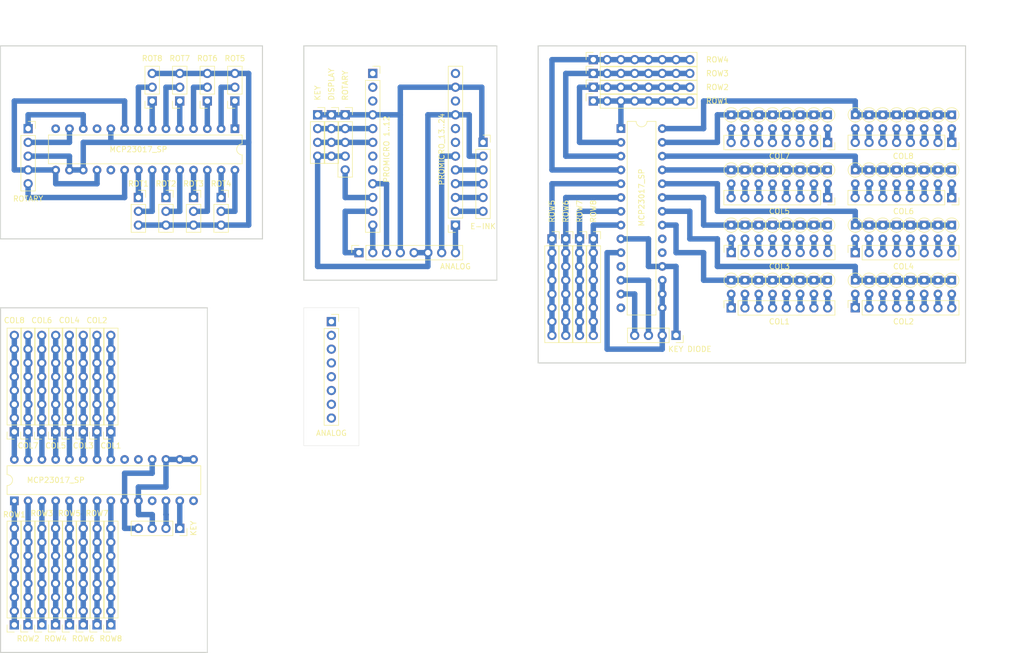
<source format=kicad_pcb>
(kicad_pcb (version 20211014) (generator pcbnew)

  (general
    (thickness 1.6)
  )

  (paper "A5")
  (title_block
    (title "CIMDIT")
    (date "2022-02-08")
    (rev "1.0")
    (comment 1 "@grumpydevelop@contentnation.net")
    (comment 2 "https://contentnation.net/en/grumpydevelop/cimdit_1")
  )

  (layers
    (0 "F.Cu" signal)
    (31 "B.Cu" signal)
    (32 "B.Adhes" user "B.Adhesive")
    (33 "F.Adhes" user "F.Adhesive")
    (34 "B.Paste" user)
    (35 "F.Paste" user)
    (36 "B.SilkS" user "B.Silkscreen")
    (37 "F.SilkS" user "F.Silkscreen")
    (38 "B.Mask" user)
    (39 "F.Mask" user)
    (40 "Dwgs.User" user "User.Drawings")
    (41 "Cmts.User" user "User.Comments")
    (42 "Eco1.User" user "User.Eco1")
    (43 "Eco2.User" user "User.Eco2")
    (44 "Edge.Cuts" user)
    (45 "Margin" user)
    (46 "B.CrtYd" user "B.Courtyard")
    (47 "F.CrtYd" user "F.Courtyard")
    (48 "B.Fab" user)
    (49 "F.Fab" user)
  )

  (setup
    (stackup
      (layer "F.SilkS" (type "Top Silk Screen"))
      (layer "F.Paste" (type "Top Solder Paste"))
      (layer "F.Mask" (type "Top Solder Mask") (thickness 0.01))
      (layer "F.Cu" (type "copper") (thickness 0.035))
      (layer "dielectric 1" (type "core") (thickness 1.51) (material "FR4") (epsilon_r 4.5) (loss_tangent 0.02))
      (layer "B.Cu" (type "copper") (thickness 0.035))
      (layer "B.Mask" (type "Bottom Solder Mask") (thickness 0.01))
      (layer "B.Paste" (type "Bottom Solder Paste"))
      (layer "B.SilkS" (type "Bottom Silk Screen"))
      (copper_finish "None")
      (dielectric_constraints no)
    )
    (pad_to_mask_clearance 0)
    (pcbplotparams
      (layerselection 0x00010fc_ffffffff)
      (disableapertmacros false)
      (usegerberextensions false)
      (usegerberattributes true)
      (usegerberadvancedattributes true)
      (creategerberjobfile true)
      (svguseinch false)
      (svgprecision 6)
      (excludeedgelayer true)
      (plotframeref false)
      (viasonmask false)
      (mode 1)
      (useauxorigin false)
      (hpglpennumber 1)
      (hpglpenspeed 20)
      (hpglpendiameter 15.000000)
      (dxfpolygonmode true)
      (dxfimperialunits true)
      (dxfusepcbnewfont true)
      (psnegative false)
      (psa4output false)
      (plotreference false)
      (plotvalue true)
      (plotinvisibletext false)
      (sketchpadsonfab false)
      (subtractmaskfromsilk false)
      (outputformat 5)
      (mirror false)
      (drillshape 2)
      (scaleselection 1)
      (outputdirectory "out/")
    )
  )

  (net 0 "")
  (net 1 "GND")
  (net 2 "+5V")
  (net 3 "/I2C_DATA")
  (net 4 "/I2C_CLOCK")
  (net 5 "unconnected-(U2-Pad11)")
  (net 6 "unconnected-(U2-Pad14)")
  (net 7 "unconnected-(U2-Pad19)")
  (net 8 "unconnected-(U2-Pad20)")
  (net 9 "/ANALOG_MUX2")
  (net 10 "/ANALOG_MUX1")
  (net 11 "/ANALOG_MUX0")
  (net 12 "/Rotary Encoder/I2C_CLOCK_ROT")
  (net 13 "/Rotary Encoder/I2C_DATA_ROT")
  (net 14 "/Rotary Encoder/GND_ROT")
  (net 15 "/Rotary Encoder/+5V_ROT")
  (net 16 "/Rotary Encoder/INT_ROT")
  (net 17 "Net-(DKD1-Pad1)")
  (net 18 "unconnected-(U3-Pad19)")
  (net 19 "/SCLK")
  (net 20 "/MISO")
  (net 21 "/INT")
  (net 22 "unconnected-(U3-Pad11)")
  (net 23 "unconnected-(U3-Pad14)")
  (net 24 "Net-(DKD10-Pad1)")
  (net 25 "Net-(DKD11-Pad1)")
  (net 26 "Net-(DKD12-Pad1)")
  (net 27 "Net-(DKD13-Pad1)")
  (net 28 "Net-(DKD14-Pad1)")
  (net 29 "Net-(DKD15-Pad1)")
  (net 30 "/EINK_SEL")
  (net 31 "/ANALOG_MUX3")
  (net 32 "/MOSI")
  (net 33 "/ANALOG_IN")
  (net 34 "Net-(DKD16-Pad1)")
  (net 35 "/KeyMatrix Ext Diodes/I2C_DATA_KEY")
  (net 36 "/KeyMatrix Ext Diodes/I2C_CLOCK_KEY")
  (net 37 "/KeyMatrix Ext Diodes/GND_KEY")
  (net 38 "/KeyMatrix Ext Diodes/+5V_KEY")
  (net 39 "/Analog Multiplexer/ANALOG_MUX1")
  (net 40 "/Analog Multiplexer/ANALOG_MUX2")
  (net 41 "/Analog Multiplexer/ANALOG_MUX0")
  (net 42 "/Analog Multiplexer/GND_ANALOG")
  (net 43 "/Analog Multiplexer/+5V_ANALOG")
  (net 44 "/Analog Multiplexer/ANALOG_ENABLE")
  (net 45 "/Analog Multiplexer/ANALOG_OUT")
  (net 46 "/Analog Multiplexer/ANALOG_MUX3")
  (net 47 "Net-(JD4-Pad1)")
  (net 48 "Net-(JK1-Pad1)")
  (net 49 "Net-(JK2-Pad1)")
  (net 50 "Net-(JK3-Pad1)")
  (net 51 "Net-(JK4-Pad1)")
  (net 52 "Net-(JK5-Pad1)")
  (net 53 "unconnected-(U4-Pad19)")
  (net 54 "unconnected-(U4-Pad20)")
  (net 55 "unconnected-(U4-Pad11)")
  (net 56 "unconnected-(U4-Pad14)")
  (net 57 "Net-(JK6-Pad1)")
  (net 58 "Net-(JK7-Pad1)")
  (net 59 "Net-(JK8-Pad1)")
  (net 60 "Net-(JK11-Pad1)")
  (net 61 "Net-(JK12-Pad1)")
  (net 62 "Net-(JK13-Pad1)")
  (net 63 "Net-(JK14-Pad1)")
  (net 64 "Net-(JK15-Pad1)")
  (net 65 "Net-(JK16-Pad1)")
  (net 66 "Net-(JK17-Pad1)")
  (net 67 "Net-(JK18-Pad1)")
  (net 68 "Net-(JKD1-Pad1)")
  (net 69 "Net-(JKD2-Pad1)")
  (net 70 "Net-(JKD3-Pad1)")
  (net 71 "Net-(JKD5-Pad1)")
  (net 72 "Net-(JKD6-Pad1)")
  (net 73 "Net-(JKD7-Pad1)")
  (net 74 "Net-(JKD8-Pad1)")
  (net 75 "Net-(JR1-Pad1)")
  (net 76 "Net-(JR1-Pad2)")
  (net 77 "Net-(JR2-Pad1)")
  (net 78 "Net-(JR2-Pad2)")
  (net 79 "/Key Matrix Diode/+5V_KEY")
  (net 80 "/Key Matrix Diode/GND_KEY")
  (net 81 "/Key Matrix Diode/I2C_CLOCK_KEY")
  (net 82 "/Key Matrix Diode/I2C_DATA_KEY")
  (net 83 "Net-(DKD1-Pad2)")
  (net 84 "Net-(DKD9-Pad2)")
  (net 85 "Net-(DKD2-Pad2)")
  (net 86 "Net-(DKD10-Pad2)")
  (net 87 "Net-(DKD3-Pad2)")
  (net 88 "Net-(DKD11-Pad2)")
  (net 89 "Net-(DKD4-Pad2)")
  (net 90 "Net-(DKD12-Pad2)")
  (net 91 "Net-(DKD5-Pad2)")
  (net 92 "Net-(DKD13-Pad2)")
  (net 93 "Net-(DKD6-Pad2)")
  (net 94 "Net-(DKD14-Pad2)")
  (net 95 "Net-(DKD7-Pad2)")
  (net 96 "Net-(DKD15-Pad2)")
  (net 97 "Net-(DKD8-Pad2)")
  (net 98 "Net-(DKD16-Pad2)")
  (net 99 "Net-(JR5-Pad1)")
  (net 100 "Net-(JR5-Pad2)")
  (net 101 "Net-(JR3-Pad1)")
  (net 102 "Net-(JR3-Pad2)")
  (net 103 "Net-(DKD17-Pad2)")
  (net 104 "Net-(DKD18-Pad2)")
  (net 105 "Net-(DKD19-Pad2)")
  (net 106 "Net-(DKD20-Pad2)")
  (net 107 "Net-(DKD21-Pad2)")
  (net 108 "Net-(DKD22-Pad2)")
  (net 109 "Net-(DKD23-Pad2)")
  (net 110 "Net-(DKD24-Pad2)")
  (net 111 "Net-(DKD25-Pad2)")
  (net 112 "Net-(DKD26-Pad2)")
  (net 113 "Net-(DKD27-Pad2)")
  (net 114 "Net-(DKD28-Pad2)")
  (net 115 "Net-(DKD29-Pad2)")
  (net 116 "Net-(DKD30-Pad2)")
  (net 117 "Net-(DKD31-Pad2)")
  (net 118 "Net-(DKD32-Pad2)")
  (net 119 "Net-(DKD33-Pad2)")
  (net 120 "Net-(DKD34-Pad2)")
  (net 121 "Net-(DKD35-Pad2)")
  (net 122 "Net-(DKD36-Pad2)")
  (net 123 "Net-(DKD37-Pad2)")
  (net 124 "Net-(DKD38-Pad2)")
  (net 125 "Net-(DKD39-Pad2)")
  (net 126 "Net-(DKD40-Pad2)")
  (net 127 "Net-(DKD41-Pad2)")
  (net 128 "Net-(DKD42-Pad2)")
  (net 129 "Net-(DKD43-Pad2)")
  (net 130 "Net-(DKD44-Pad2)")
  (net 131 "Net-(DKD45-Pad2)")
  (net 132 "Net-(DKD46-Pad2)")
  (net 133 "Net-(DKD47-Pad2)")
  (net 134 "Net-(DKD48-Pad2)")
  (net 135 "Net-(DKD49-Pad2)")
  (net 136 "Net-(DKD50-Pad2)")
  (net 137 "Net-(DKD51-Pad2)")
  (net 138 "Net-(DKD52-Pad2)")
  (net 139 "Net-(DKD53-Pad2)")
  (net 140 "Net-(DKD54-Pad2)")
  (net 141 "Net-(DKD55-Pad2)")
  (net 142 "Net-(DKD56-Pad2)")
  (net 143 "Net-(DKD57-Pad2)")
  (net 144 "Net-(DKD58-Pad2)")
  (net 145 "Net-(DKD59-Pad2)")
  (net 146 "Net-(DKD60-Pad2)")
  (net 147 "Net-(DKD61-Pad2)")
  (net 148 "Net-(DKD62-Pad2)")
  (net 149 "Net-(DKD63-Pad2)")
  (net 150 "Net-(DKD64-Pad2)")
  (net 151 "Net-(JR4-Pad1)")
  (net 152 "Net-(JR4-Pad2)")
  (net 153 "Net-(JR6-Pad1)")
  (net 154 "Net-(JR6-Pad2)")
  (net 155 "Net-(JR7-Pad1)")
  (net 156 "Net-(JR7-Pad2)")
  (net 157 "Net-(JR8-Pad1)")
  (net 158 "Net-(JR8-Pad2)")
  (net 159 "unconnected-(J100-Pad1)")
  (net 160 "unconnected-(J100-Pad2)")
  (net 161 "unconnected-(J100-Pad3)")
  (net 162 "unconnected-(J100-Pad7)")
  (net 163 "unconnected-(J100-Pad8)")
  (net 164 "unconnected-(J101-Pad7)")
  (net 165 "unconnected-(J101-Pad8)")
  (net 166 "unconnected-(J101-Pad10)")
  (net 167 "unconnected-(J101-Pad12)")

  (footprint "Connector_PinSocket_2.54mm:PinSocket_1x04_P2.54mm_Vertical" (layer "F.Cu") (at 45.72 111.76 -90))

  (footprint "Connector_PinSocket_2.54mm:PinSocket_1x04_P2.54mm_Vertical" (layer "F.Cu") (at 137.16 76.2 -90))

  (footprint "Connector_PinSocket_2.54mm:PinSocket_1x08_P2.54mm_Vertical" (layer "F.Cu") (at 78.74 60.96 90))

  (footprint "Connector_PinSocket_2.54mm:PinSocket_1x06_P2.54mm_Vertical" (layer "F.Cu") (at 101.6 40.64))

  (footprint "Connector_PinSocket_2.54mm:PinSocket_1x04_P2.54mm_Vertical" (layer "F.Cu") (at 71.12 35.56))

  (footprint "Connector_PinSocket_2.54mm:PinSocket_1x05_P2.54mm_Vertical" (layer "F.Cu") (at 76.2 35.56))

  (footprint "Connector_PinSocket_2.54mm:PinSocket_1x04_P2.54mm_Vertical" (layer "F.Cu") (at 73.66 35.56))

  (footprint "Diode_THT:D_DO-35_SOD27_P2.54mm_Vertical_AnodeUp" (layer "F.Cu") (at 149.86 45.72 -90))

  (footprint "Connector_PinSocket_2.54mm:PinSocket_1x08_P2.54mm_Vertical" (layer "F.Cu") (at 114.3 58.42))

  (footprint "Diode_THT:D_DO-35_SOD27_P2.54mm_Vertical_AnodeUp" (layer "F.Cu") (at 160.02 55.88 -90))

  (footprint "Diode_THT:D_DO-35_SOD27_P2.54mm_Vertical_AnodeUp" (layer "F.Cu") (at 152.4 66.04 -90))

  (footprint "Connector_PinSocket_2.54mm:PinSocket_1x05_P2.54mm_Vertical" (layer "F.Cu") (at 17.78 38.1))

  (footprint "Connector_PinSocket_2.54mm:PinSocket_1x08_P2.54mm_Vertical" (layer "F.Cu") (at 15.24 93.98 180))

  (footprint "Diode_THT:D_DO-35_SOD27_P2.54mm_Vertical_AnodeUp" (layer "F.Cu") (at 187.96 55.88 -90))

  (footprint "Package_DIP:DIP-28_W7.62mm" (layer "F.Cu") (at 127 38.1))

  (footprint "Connector_PinSocket_2.54mm:PinSocket_1x08_P2.54mm_Vertical" (layer "F.Cu") (at 121.92 25.4 90))

  (footprint "Diode_THT:D_DO-35_SOD27_P2.54mm_Vertical_AnodeUp" (layer "F.Cu") (at 182.88 55.88 -90))

  (footprint "Diode_THT:D_DO-35_SOD27_P2.54mm_Vertical_AnodeUp" (layer "F.Cu") (at 182.88 45.72 -90))

  (footprint "Package_DIP:DIP-28_W7.62mm" (layer "F.Cu") (at 55.88 38.125 -90))

  (footprint "Connector_PinSocket_2.54mm:PinSocket_1x08_P2.54mm_Vertical" (layer "F.Cu") (at 20.32 129.54 180))

  (footprint "Diode_THT:D_DO-35_SOD27_P2.54mm_Vertical_AnodeUp" (layer "F.Cu") (at 149.86 35.56 -90))

  (footprint "Diode_THT:D_DO-35_SOD27_P2.54mm_Vertical_AnodeUp" (layer "F.Cu") (at 160.02 45.72 -90))

  (footprint "Connector_PinSocket_2.54mm:PinSocket_1x08_P2.54mm_Vertical" (layer "F.Cu") (at 33.02 129.54 180))

  (footprint "Diode_THT:D_DO-35_SOD27_P2.54mm_Vertical_AnodeUp" (layer "F.Cu") (at 177.8 35.56 -90))

  (footprint "Diode_THT:D_DO-35_SOD27_P2.54mm_Vertical_AnodeUp" (layer "F.Cu") (at 180.34 35.56 -90))

  (footprint "Connector_PinSocket_2.54mm:PinSocket_1x08_P2.54mm_Vertical" (layer "F.Cu") (at 147.32 71.145 90))

  (footprint "Diode_THT:D_DO-35_SOD27_P2.54mm_Vertical_AnodeUp" (layer "F.Cu") (at 162.56 66.04 -90))

  (footprint "Connector_PinSocket_2.54mm:PinSocket_1x08_P2.54mm_Vertical" (layer "F.Cu") (at 30.48 129.54 180))

  (footprint "Diode_THT:D_DO-35_SOD27_P2.54mm_Vertical_AnodeUp" (layer "F.Cu") (at 182.88 35.56 -90))

  (footprint "Diode_THT:D_DO-35_SOD27_P2.54mm_Vertical_AnodeUp" (layer "F.Cu") (at 154.94 45.72 -90))

  (footprint "Diode_THT:D_DO-35_SOD27_P2.54mm_Vertical_AnodeUp" (layer "F.Cu") (at 149.86 55.88 -90))

  (footprint "Diode_THT:D_DO-35_SOD27_P2.54mm_Vertical_AnodeUp" (layer "F.Cu") (at 165.1 66.04 -90))

  (footprint "Diode_THT:D_DO-35_SOD27_P2.54mm_Vertical_AnodeUp" (layer "F.Cu") (at 180.34 66.04 -90))

  (footprint "Diode_THT:D_DO-35_SOD27_P2.54mm_Vertical_AnodeUp" (layer "F.Cu") (at 185.42 66.04 -90))

  (footprint "Connector_PinSocket_2.54mm:PinSocket_1x08_P2.54mm_Vertical" (layer "F.Cu") (at 170.18 60.96 90))

  (footprint "Diode_THT:D_DO-35_SOD27_P2.54mm_Vertical_AnodeUp" (layer "F.Cu") (at 157.48 35.56 -90))

  (footprint "Diode_THT:D_DO-35_SOD27_P2.54mm_Vertical_AnodeUp" (layer "F.Cu") (at 165.1 55.88 -90))

  (footprint "Connector_PinSocket_2.54mm:PinSocket_1x08_P2.54mm_Vertical" (layer "F.Cu") (at 187.96 40.64 -90))

  (footprint "Diode_THT:D_DO-35_SOD27_P2.54mm_Vertical_AnodeUp" (layer "F.Cu") (at 175.26 45.72 -90))

  (footprint "Connector_PinSocket_2.54mm:PinSocket_1x08_P2.54mm_Vertical" (layer "F.Cu") (at 121.92 30.48 90))

  (footprint "Connector_PinSocket_2.54mm:PinSocket_1x08_P2.54mm_Vertical" (layer "F.Cu") (at 22.835 129.525 180))

  (footprint "Connector_PinSocket_2.54mm:PinSocket_1x03_P2.54mm_Vertical" (layer "F.Cu") (at 43.18 50.8))

  (footprint "Diode_THT:D_DO-35_SOD27_P2.54mm_Vertical_AnodeUp" (layer "F.Cu") (at 182.88 66.04 -90))

  (footprint "Diode_THT:D_DO-35_SOD27_P2.54mm_Vertical_AnodeUp" (layer "F.Cu") (at 162.56 45.72 -90))

  (footprint "Connector_PinSocket_2.54mm:PinSocket_1x08_P2.54mm_Vertical" (layer "F.Cu") (at 20.295 93.98 180))

  (footprint "Connector_PinSocket_2.54mm:PinSocket_1x03_P2.54mm_Vertical" (layer "F.Cu") (at 40.64 33.02 180))

  (footprint "Diode_THT:D_DO-35_SOD27_P2.54mm_Vertical_AnodeUp" (layer "F.Cu") (at 185.42 45.72 -90))

  (footprint "Connector_PinSocket_2.54mm:PinSocket_1x08_P2.54mm_Vertical" (layer "F.Cu")
    (tedit 5A19A420) (tstamp 5299b0fb-f74d-4e79-b7d7-40687e8d5bd3)
    (at 25.375 93.965 180)
    (descr "Through hole straight socket strip, 1x08, 2.54mm pitch, single row (from Kicad 4.0.7), script generated")
    (tags "Through hole socket strip THT 1x08 2.54mm single row")
    (property "Sheetfile" "keymatrix_extdiode.kicad_sch")
    (property "Sheetname" "KeyMatrix Ext Diodes")
    (path "/7a807cd9-4b53-4d34-8616-454af4054d6a/ab4f2aaf-c08d-4b11-a37d-319ce4b9b7d7")
    (attr through_hole)
    (fp_text reference "JK14" (at 0 -2.77) (layer "F.SilkS") hide
      (effects (font (size 1 1) (thickness 0.15)))
      (tstamp 8e30a1e0-3916-490f-a7d0-169d613b5bda)
    )
    (fp_text value "COL4" (at 0 20.55) (layer "F.SilkS")
      (effects (font (size 1 1) (thickness 0.15)))
      (tstamp c2eaf71b-2d04-43b1-a52f-d59a7a480dea)
    )
    (fp_text user "${REFERENCE}" (at 0 8.89 90) (layer "F.Fab") hide
      (effects (font (size 1 1) (thickness 0.15)))
      (tstamp 61263771-a8e1-487c-9d7e-34afacb6d74d)
    )
    (fp_line (start -1.33 19.11) (end 1.33 19.11) (layer "F.SilkS") (width 0.12) (tstamp 33510bdc-9a8a-459b-a53b-229d3c7e48a0))
    (fp_line (start -1.33 1.27) (end -1.33 19.11) (layer "F.SilkS") (width 0.12) (tstamp 66569666-594f-4046-aefd-dc898a9ec9da))
    (fp_line (start 0 -1.33) (end 1.33 -1.33) (layer "F.SilkS") (width 0.12) (tstamp 68c754ab-66cf-4170-934d-8f56f71792e9))
    (fp_line (start 1.33 -1.33) (end 1.33 0) (layer "F.SilkS") (width 0.12) (tstamp 7488179b-fabc-4964-915a-5cad2181a652))
    (fp_line (start 1.33 1.27) (end 1.33 19.11) (layer "F.SilkS") (width 0.12) (tstamp 8d7fa8bf-f617-47c9-9946-7d6216f7e8c8))
    (fp_line (start -1.3
... [325531 chars truncated]
</source>
